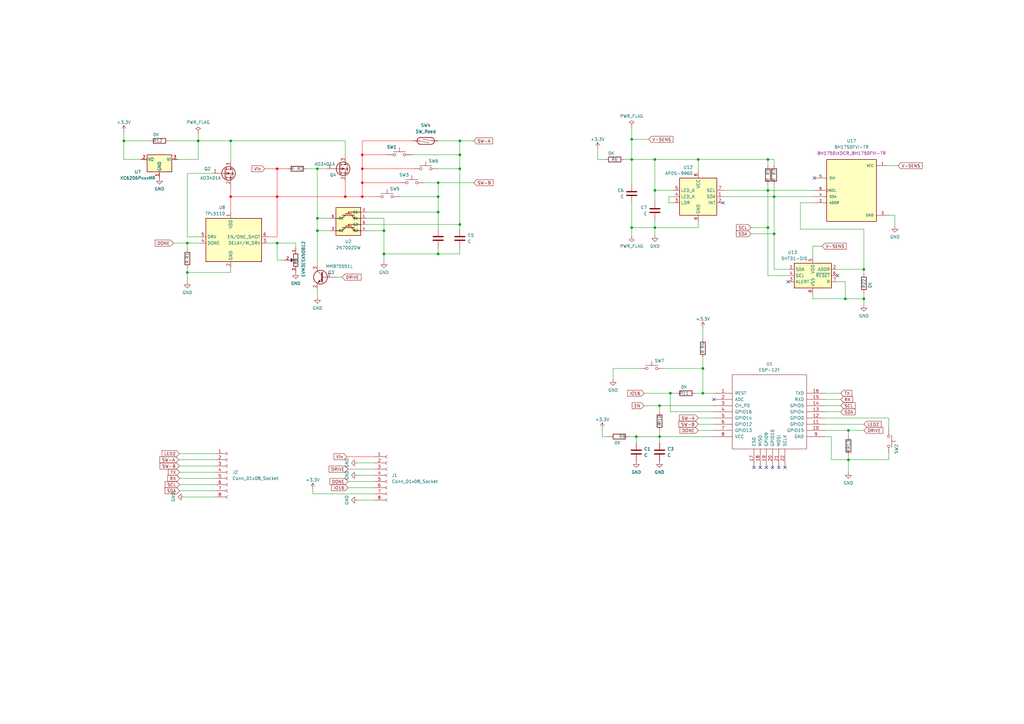
<source format=kicad_sch>
(kicad_sch (version 20230121) (generator eeschema)
  (paper "A3")
  (lib_symbols
    (symbol "2n7002:2N7002DW" (pin_names (offset 1.016))
      (property "Reference" "U" (at 0 0 0))
      (property "Value" "2N7002DW" (at 0 0 0))
      (symbol "2N7002DW_0_0"
        (rectangle (start -5.08 -4.445) (end 5.08 6.985) (stroke (width 0.254)) (fill (type background)))
        (polyline (pts (xy -2.54 -2.54) (xy -5.08 -2.54)) (stroke (width 0.254)))
        (polyline (pts (xy -2.54 -2.54) (xy -2.54 -1.905)) (stroke (width 0.254)))
        (polyline (pts (xy -2.54 -2.54) (xy -1.905 -2.54)) (stroke (width 0.254)))
        (polyline (pts (xy -2.54 -1.27) (xy -1.27 -1.27)) (stroke (width 0.254)))
        (polyline (pts (xy -2.54 2.54) (xy -5.08 2.54)) (stroke (width 0.254)))
        (polyline (pts (xy -2.54 2.54) (xy -2.54 3.175)) (stroke (width 0.254)))
        (polyline (pts (xy -2.54 2.54) (xy -1.905 2.54)) (stroke (width 0.254)))
        (polyline (pts (xy -1.27 -1.27) (xy -2.54 -2.54)) (stroke (width 0.254)))
        (polyline (pts (xy -1.27 -1.27) (xy 1.27 -1.27)) (stroke (width 0.254)))
        (polyline (pts (xy -1.27 -0.635) (xy 0 -0.635)) (stroke (width 0.254)))
        (polyline (pts (xy -1.27 3.81) (xy -2.54 2.54)) (stroke (width 0.254)))
        (polyline (pts (xy -1.27 3.81) (xy -2.54 3.81)) (stroke (width 0.254)))
        (polyline (pts (xy -1.27 4.445) (xy 0 4.445)) (stroke (width 0.254)))
        (polyline (pts (xy 0 -0.635) (xy 0 0)) (stroke (width 0.254)))
        (polyline (pts (xy 0 -0.635) (xy 1.27 -0.635)) (stroke (width 0.254)))
        (polyline (pts (xy 0 0) (xy -5.08 0)) (stroke (width 0.254)))
        (polyline (pts (xy 0 4.445) (xy 0 5.08)) (stroke (width 0.254)))
        (polyline (pts (xy 0 4.445) (xy 1.27 4.445)) (stroke (width 0.254)))
        (polyline (pts (xy 0 5.08) (xy -5.08 5.08)) (stroke (width 0.254)))
        (polyline (pts (xy 1.27 -1.27) (xy 2.54 -2.54)) (stroke (width 0.254)))
        (polyline (pts (xy 1.27 -1.27) (xy 2.54 -1.27)) (stroke (width 0.254)))
        (polyline (pts (xy 1.27 3.81) (xy -1.27 3.81)) (stroke (width 0.254)))
        (polyline (pts (xy 1.27 3.81) (xy 2.54 2.54)) (stroke (width 0.254)))
        (polyline (pts (xy 2.54 -2.54) (xy 5.08 -2.54)) (stroke (width 0.254)))
        (polyline (pts (xy 2.54 2.54) (xy 5.08 2.54)) (stroke (width 0.254)))
        (polyline (pts (xy 2.54 3.81) (xy 1.27 3.81)) (stroke (width 0.254)))
        (pin bidirectional line (at -7.62 2.54 0) (length 2.54) (name "S1") (number "1"))
        (pin bidirectional line (at -7.62 5.08 0) (length 2.54) (name "G1") (number "2"))
        (pin bidirectional line (at 7.62 -2.54 180) (length 2.54) (name "D2") (number "3"))
        (pin bidirectional line (at -7.62 -2.54 0) (length 2.54) (name "S2") (number "4"))
        (pin bidirectional line (at -7.62 0 0) (length 2.54) (name "G2") (number "5"))
        (pin bidirectional line (at 7.62 2.54 180) (length 2.54) (name "D1") (number "6"))
      )
    )
    (symbol "BH1750FVI-TR:BH1750FVI-TR" (pin_names (offset 1.016))
      (property "Reference" "U" (at -10.1737 13.462 0))
      (property "Value" "BH1750FVI-TR" (at -9.922 -15.24 0))
      (property "Footprint" "BH1750FVI-TR:XDCR_BH1750FVI-TR" (at 0 0 0))
      (symbol "BH1750FVI-TR_0_0"
        (rectangle (start -10.16 12.7) (end 10.16 -12.7) (stroke (width 0.254)) (fill (type background)))
        (pin power_in line (at 15.24 10.16 180) (length 5.08) (name "VCC") (number "1"))
        (pin input line (at -15.24 -5.08 0) (length 5.08) (name "ADDR") (number "2"))
        (pin power_in line (at 15.24 -10.16 180) (length 5.08) (name "GND") (number "3"))
        (pin bidirectional line (at -15.24 -2.54 0) (length 5.08) (name "SDA") (number "4"))
        (pin input line (at -15.24 5.08 0) (length 5.08) (name "DVI") (number "5"))
        (pin input clock (at -15.24 0 0) (length 5.08) (name "SCL") (number "6"))
      )
    )
    (symbol "Connector:Conn_01x08_Socket" (pin_names (offset 1.016) hide)
      (property "Reference" "J" (at 0 10.16 0))
      (property "Value" "Conn_01x08_Socket" (at 0 -12.7 0))
      (symbol "Conn_01x08_Socket_1_1"
        (arc (start 0 -9.652) (mid -0.5058 -10.16) (end 0 -10.668) (stroke (width 0.1524)))
        (arc (start 0 -7.112) (mid -0.5058 -7.62) (end 0 -8.128) (stroke (width 0.1524)))
        (arc (start 0 -4.572) (mid -0.5058 -5.08) (end 0 -5.588) (stroke (width 0.1524)))
        (arc (start 0 -2.032) (mid -0.5058 -2.54) (end 0 -3.048) (stroke (width 0.1524)))
        (polyline (pts (xy -1.27 -10.16) (xy -0.508 -10.16)) (stroke (width 0.1524)))
        (polyline (pts (xy -1.27 -7.62) (xy -0.508 -7.62)) (stroke (width 0.1524)))
        (polyline (pts (xy -1.27 -5.08) (xy -0.508 -5.08)) (stroke (width 0.1524)))
        (polyline (pts (xy -1.27 -2.54) (xy -0.508 -2.54)) (stroke (width 0.1524)))
        (polyline (pts (xy -1.27 0) (xy -0.508 0)) (stroke (width 0.1524)))
        (polyline (pts (xy -1.27 2.54) (xy -0.508 2.54)) (stroke (width 0.1524)))
        (polyline (pts (xy -1.27 5.08) (xy -0.508 5.08)) (stroke (width 0.1524)))
        (polyline (pts (xy -1.27 7.62) (xy -0.508 7.62)) (stroke (width 0.1524)))
        (arc (start 0 0.508) (mid -0.5058 0) (end 0 -0.508) (stroke (width 0.1524)))
        (arc (start 0 3.048) (mid -0.5058 2.54) (end 0 2.032) (stroke (width 0.1524)))
        (arc (start 0 5.588) (mid -0.5058 5.08) (end 0 4.572) (stroke (width 0.1524)))
        (arc (start 0 8.128) (mid -0.5058 7.62) (end 0 7.112) (stroke (width 0.1524)))
        (pin passive line (at -5.08 7.62 0) (length 3.81) (name "Pin_1") (number "1"))
        (pin passive line (at -5.08 5.08 0) (length 3.81) (name "Pin_2") (number "2"))
        (pin passive line (at -5.08 2.54 0) (length 3.81) (name "Pin_3") (number "3"))
        (pin passive line (at -5.08 0 0) (length 3.81) (name "Pin_4") (number "4"))
        (pin passive line (at -5.08 -2.54 0) (length 3.81) (name "Pin_5") (number "5"))
        (pin passive line (at -5.08 -5.08 0) (length 3.81) (name "Pin_6") (number "6"))
        (pin passive line (at -5.08 -7.62 0) (length 3.81) (name "Pin_7") (number "7"))
        (pin passive line (at -5.08 -10.16 0) (length 3.81) (name "Pin_8") (number "8"))
      )
    )
    (symbol "Device:C" (pin_numbers hide) (pin_names (offset 0.254))
      (property "Reference" "C" (at 0.635 2.54 0))
      (property "Value" "C" (at 0.635 -2.54 0))
      (symbol "C_0_1"
        (polyline (pts (xy -2.032 -0.762) (xy 2.032 -0.762)) (stroke (width 0.508)))
        (polyline (pts (xy -2.032 0.762) (xy 2.032 0.762)) (stroke (width 0.508)))
      )
      (symbol "C_1_1"
        (pin passive line (at 0 3.81 270) (length 2.794) (name "~") (number "1"))
        (pin passive line (at 0 -3.81 90) (length 2.794) (name "~") (number "2"))
      )
    )
    (symbol "Device:R" (pin_numbers hide) (pin_names (offset 0))
      (property "Reference" "R" (at 2.032 0 90))
      (property "Value" "R" (at 0 0 90))
      (symbol "R_0_1"
        (rectangle (start -1.016 -2.54) (end 1.016 2.54) (stroke (width 0.254)))
      )
      (symbol "R_1_1"
        (pin passive line (at 0 3.81 270) (length 1.27) (name "~") (number "1"))
        (pin passive line (at 0 -3.81 90) (length 1.27) (name "~") (number "2"))
      )
    )
    (symbol "ESP8266:ESP-12F" (pin_names (offset 1.016))
      (property "Reference" "U2" (at 0 19.685 0))
      (property "Value" "ESP-12F" (at 0 17.145 0))
      (symbol "ESP-12F_1_0"
        (rectangle (start -15.24 -15.24) (end 15.24 15.24))
      )
      (symbol "ESP-12F_1_1"
        (pin input line (at -22.86 7.62 0) (length 7.62) (name "REST") (number "1"))
        (pin bidirectional line (at 22.86 -7.62 180) (length 7.62) (name "GPIO15") (number "10"))
        (pin bidirectional line (at 22.86 -5.08 180) (length 7.62) (name "GPIO2") (number "11"))
        (pin bidirectional line (at 22.86 -2.54 180) (length 7.62) (name "GPIO0") (number "12"))
        (pin bidirectional line (at 22.86 0 180) (length 7.62) (name "GPIO4") (number "13"))
        (pin bidirectional line (at 22.86 2.54 180) (length 7.62) (name "GPIO5") (number "14"))
        (pin input line (at 22.86 5.08 180) (length 7.62) (name "RXD") (number "15"))
        (pin output line (at 22.86 7.62 180) (length 7.62) (name "TXD") (number "16"))
        (pin bidirectional line (at -6.35 -22.86 90) (length 7.62) (name "CS0") (number "17"))
        (pin bidirectional line (at -3.81 -22.86 90) (length 7.62) (name "MISO") (number "18"))
        (pin bidirectional line (at -1.27 -22.86 90) (length 7.62) (name "GPIO9") (number "19"))
        (pin passive line (at -22.86 5.08 0) (length 7.62) (name "ADC") (number "2"))
        (pin bidirectional line (at 1.27 -22.86 90) (length 7.62) (name "GPIO10") (number "20"))
        (pin bidirectional line (at 3.81 -22.86 90) (length 7.62) (name "MOSI") (number "21"))
        (pin bidirectional line (at 6.35 -22.86 90) (length 7.62) (name "SCLK") (number "22"))
        (pin input line (at -22.86 2.54 0) (length 7.62) (name "CH_PD") (number "3"))
        (pin bidirectional line (at -22.86 0 0) (length 7.62) (name "GPIO16") (number "4"))
        (pin bidirectional line (at -22.86 -2.54 0) (length 7.62) (name "GPIO14") (number "5"))
        (pin bidirectional line (at -22.86 -5.08 0) (length 7.62) (name "GPIO12") (number "6"))
        (pin bidirectional line (at -22.86 -7.62 0) (length 7.62) (name "GPIO13") (number "7"))
        (pin bidirectional line (at -22.86 -10.16 0) (length 7.62) (name "VCC") (number "8"))
        (pin bidirectional line (at 22.86 -10.16 180) (length 7.62) (name "GND") (number "9"))
      )
    )
    (symbol "EVM3ESX50B:EVM3ESX50B12" (pin_names (offset 1.016))
      (property "Reference" "R" (at 1.0173 1.2716 0))
      (property "Value" "EVM3ESX50B12" (at 1.0177 -1.2721 0))
      (symbol "EVM3ESX50B12_0_0"
        (polyline (pts (xy -2.54 -0.889) (xy 2.54 -0.889)) (stroke (width 0.254)))
        (polyline (pts (xy -2.54 0.889) (xy -2.54 -0.889)) (stroke (width 0.254)))
        (polyline (pts (xy -0.762 1.905) (xy 0.762 1.905)) (stroke (width 0.1524)))
        (polyline (pts (xy 0 1.143) (xy -0.762 1.905)) (stroke (width 0.1524)))
        (polyline (pts (xy 0 1.143) (xy 0.762 1.905)) (stroke (width 0.1524)))
        (polyline (pts (xy 2.54 -0.889) (xy 2.54 0.889)) (stroke (width 0.254)))
        (polyline (pts (xy 2.54 0.889) (xy -2.54 0.889)) (stroke (width 0.254)))
        (polyline (pts (xy -0.762 1.905) (xy 0 1.143) (xy 0.762 1.905) (xy -0.762 1.905)) (stroke (width 0.1524)) (fill (type outline)))
        (pin passive line (at -5.08 0 0) (length 2.54) (name "~") (number "1"))
        (pin passive line (at 0 4.572 270) (length 2.54) (name "~") (number "2"))
        (pin passive line (at 5.08 0 180) (length 2.54) (name "~") (number "3"))
      )
    )
    (symbol "Regulator_Linear:XC6206PxxxMR" (pin_names (offset 0.254))
      (property "Reference" "U" (at -3.81 3.175 0))
      (property "Value" "XC6206PxxxMR" (at 0 3.175 0))
      (symbol "XC6206PxxxMR_0_1"
        (rectangle (start -5.08 1.905) (end 5.08 -5.08) (stroke (width 0.254)) (fill (type background)))
      )
      (symbol "XC6206PxxxMR_1_1"
        (pin power_in line (at 0 -7.62 90) (length 2.54) (name "GND") (number "1"))
        (pin power_out line (at 7.62 0 180) (length 2.54) (name "VO") (number "2"))
        (pin power_in line (at -7.62 0 0) (length 2.54) (name "VI") (number "3"))
      )
    )
    (symbol "Sensor:APDS-9960"
      (property "Reference" "U" (at -5.08 8.89 0))
      (property "Value" "APDS-9960" (at 6.35 8.89 0))
      (symbol "APDS-9960_0_1"
        (rectangle (start -7.62 7.62) (end 7.62 -7.62) (stroke (width 0.254)) (fill (type background)))
      )
      (symbol "APDS-9960_1_1"
        (pin bidirectional line (at -10.16 0 0) (length 2.54) (name "SDA") (number "1"))
        (pin open_collector line (at -10.16 -2.54 0) (length 2.54) (name "INT") (number "2"))
        (pin passive line (at 10.16 -2.54 180) (length 2.54) (name "LDR") (number "3"))
        (pin passive line (at 10.16 0 180) (length 2.54) (name "LED_K") (number "4"))
        (pin passive line (at 10.16 2.54 180) (length 2.54) (name "LED_A") (number "5"))
        (pin power_in line (at 0 -10.16 90) (length 2.54) (name "GND") (number "6"))
        (pin input line (at -10.16 2.54 0) (length 2.54) (name "SCL") (number "7"))
        (pin power_in line (at 0 10.16 270) (length 2.54) (name "VCC") (number "8"))
      )
    )
    (symbol "Sensor_Humidity:SHT31-DIS"
      (property "Reference" "U" (at -6.35 6.35 0))
      (property "Value" "SHT31-DIS" (at 6.35 6.35 0))
      (symbol "SHT31-DIS_0_1"
        (rectangle (start -7.62 5.08) (end 7.62 -5.08) (stroke (width 0.254)) (fill (type background)))
      )
      (symbol "SHT31-DIS_1_1"
        (pin bidirectional line (at 10.16 2.54 180) (length 2.54) (name "SDA") (number "1"))
        (pin input line (at -10.16 2.54 0) (length 2.54) (name "ADDR") (number "2"))
        (pin output line (at 10.16 -2.54 180) (length 2.54) (name "ALERT") (number "3"))
        (pin input line (at 10.16 0 180) (length 2.54) (name "SCL") (number "4"))
        (pin power_in line (at 0 7.62 270) (length 2.54) (name "VDD") (number "5"))
        (pin input line (at -10.16 0 0) (length 2.54) (name "~{RESET}") (number "6"))
        (pin passive line (at -10.16 -2.54 0) (length 2.54) (name "R") (number "7"))
        (pin power_in line (at 0 -7.62 90) (length 2.54) (name "VSS") (number "8"))
        (pin passive line (at 0 -7.62 90) (length 2.54) hide (name "VSS") (number "9"))
      )
    )
    (symbol "Switch:SW_Push" (pin_numbers hide) (pin_names (offset 1.016) hide)
      (property "Reference" "SW" (at 1.27 2.54 0))
      (property "Value" "SW_Push" (at 0 -1.524 0))
      (symbol "SW_Push_0_1"
        (circle (center -2.032 0) (radius 0.508))
        (polyline (pts (xy 0 1.27) (xy 0 3.048)))
        (polyline (pts (xy 2.54 1.27) (xy -2.54 1.27)))
        (circle (center 2.032 0) (radius 0.508))
        (pin passive line (at -5.08 0 0) (length 2.54) (name "1") (number "1"))
        (pin passive line (at 5.08 0 180) (length 2.54) (name "2") (number "2"))
      )
    )
    (symbol "Switch:SW_Reed" (pin_numbers hide) (pin_names (offset 0) hide)
      (property "Reference" "SW" (at 0 2.54 0))
      (property "Value" "SW_Reed" (at 0 -2.54 0))
      (symbol "SW_Reed_0_0"
        (arc (start -2.159 1.397) (mid -3.55 0) (end -2.159 -1.397) (stroke (width 0.254)))
        (polyline (pts (xy -2.54 0) (xy 1.27 0.762)))
        (polyline (pts (xy -2.159 -1.397) (xy 2.286 -1.397)) (stroke (width 0.254)))
        (polyline (pts (xy 2.159 1.397) (xy -2.159 1.397)) (stroke (width 0.254)))
        (polyline (pts (xy 2.54 0) (xy -1.27 -0.762)))
        (arc (start 2.159 -1.397) (mid 3.55 0) (end 2.159 1.397) (stroke (width 0.254)))
      )
      (symbol "SW_Reed_1_1"
        (pin passive line (at -5.08 0 0) (length 2.54) (name "1") (number "1"))
        (pin passive line (at 5.08 0 180) (length 2.54) (name "2") (number "2"))
      )
    )
    (symbol "Timer:TPL5110"
      (property "Reference" "U8" (at 2.1941 12.065 0))
      (property "Value" "TPL5110" (at 2.1941 9.525 0))
      (symbol "TPL5110_0_1"
        (rectangle (start -12.7 7.62) (end 10.16 -10.16) (stroke (width 0.254)) (fill (type background)))
      )
      (symbol "TPL5110_1_1"
        (pin bidirectional line (at 0 10.16 270) (length 2.54) (name "VDD") (number "1"))
        (pin power_in line (at 0 -12.7 90) (length 2.54) (name "GND") (number "2"))
        (pin input line (at -15.24 -2.54 0) (length 2.54) (name "DELAY/M_DRV") (number "3"))
        (pin input line (at 12.7 -2.54 180) (length 2.54) (name "DONE") (number "4"))
        (pin output line (at 12.7 0 180) (length 2.54) (name "DRV") (number "5"))
        (pin input line (at -15.24 0 0) (length 2.54) (name "EN/ONE_SHOT") (number "6"))
      )
    )
    (symbol "Transistor_BJT:MMBT5551L" (pin_names (offset 0) hide)
      (property "Reference" "Q" (at 5.08 1.905 0))
      (property "Value" "MMBT5551L" (at 5.08 0 0))
      (symbol "MMBT5551L_0_1"
        (polyline (pts (xy 0.635 0.635) (xy 2.54 2.54)))
        (polyline (pts (xy 0.635 -0.635) (xy 2.54 -2.54) (xy 2.54 -2.54)))
        (polyline (pts (xy 0.635 1.905) (xy 0.635 -1.905) (xy 0.635 -1.905)) (stroke (width 0.508)))
        (polyline (pts (xy 1.27 -1.778) (xy 1.778 -1.27) (xy 2.286 -2.286) (xy 1.27 -1.778) (xy 1.27 -1.778)) (fill (type outline)))
        (circle (center 1.27 0) (radius 2.8194) (stroke (width 0.254)))
      )
      (symbol "MMBT5551L_1_1"
        (pin input line (at -5.08 0 0) (length 5.715) (name "B") (number "1"))
        (pin passive line (at 2.54 -5.08 90) (length 2.54) (name "E") (number "2"))
        (pin passive line (at 2.54 5.08 270) (length 2.54) (name "C") (number "3"))
      )
    )
    (symbol "Transistor_FET:AO3401A" (pin_names hide)
      (property "Reference" "Q" (at 5.08 1.905 0))
      (property "Value" "AO3401A" (at 5.08 0 0))
      (symbol "AO3401A_0_1"
        (polyline (pts (xy 0.254 0) (xy -2.54 0)))
        (polyline (pts (xy 0.254 1.905) (xy 0.254 -1.905)) (stroke (width 0.254)))
        (polyline (pts (xy 0.762 -1.27) (xy 0.762 -2.286)) (stroke (width 0.254)))
        (polyline (pts (xy 0.762 0.508) (xy 0.762 -0.508)) (stroke (width 0.254)))
        (polyline (pts (xy 0.762 2.286) (xy 0.762 1.27)) (stroke (width 0.254)))
        (polyline (pts (xy 2.54 2.54) (xy 2.54 1.778)))
        (polyline (pts (xy 2.54 -2.54) (xy 2.54 0) (xy 0.762 0)))
        (polyline (pts (xy 0.762 1.778) (xy 3.302 1.778) (xy 3.302 -1.778) (xy 0.762 -1.778)))
        (polyline (pts (xy 2.286 0) (xy 1.27 0.381) (xy 1.27 -0.381) (xy 2.286 0)) (fill (type outline)))
        (polyline (pts (xy 2.794 -0.508) (xy 2.921 -0.381) (xy 3.683 -0.381) (xy 3.81 -0.254)))
        (polyline (pts (xy 3.302 -0.381) (xy 2.921 0.254) (xy 3.683 0.254) (xy 3.302 -0.381)))
        (circle (center 1.651 0) (radius 2.794) (stroke (width 0.254)))
        (circle (center 2.54 -1.778) (radius 0.254) (fill (type outline)))
        (circle (center 2.54 1.778) (radius 0.254) (fill (type outline)))
      )
      (symbol "AO3401A_1_1"
        (pin input line (at -5.08 0 0) (length 2.54) (name "G") (number "1"))
        (pin passive line (at 2.54 -5.08 90) (length 2.54) (name "S") (number "2"))
        (pin passive line (at 2.54 5.08 270) (length 2.54) (name "D") (number "3"))
      )
    )
    (symbol "power:+3.3V" (power) (pin_names (offset 0))
      (property "Value" "+3.3V" (at 0 3.556 0))
      (symbol "+3.3V_0_1"
        (polyline (pts (xy -0.762 1.27) (xy 0 2.54)))
        (polyline (pts (xy 0 0) (xy 0 2.54)))
        (polyline (pts (xy 0 2.54) (xy 0.762 1.27)))
      )
      (symbol "+3.3V_1_1"
        (pin power_in line (at 0 0 90) (length 0) hide (name "+3.3V") (number "1"))
      )
    )
    (symbol "power:GND" (power) (pin_names (offset 0))
      (property "Value" "GND" (at 0 -3.81 0))
      (symbol "GND_0_1"
        (polyline (pts (xy 0 0) (xy 0 -1.27) (xy 1.27 -1.27) (xy 0 -2.54) (xy -1.27 -1.27) (xy 0 -1.27)))
      )
      (symbol "GND_1_1"
        (pin power_in line (at 0 0 270) (length 0) hide (name "GND") (number "1"))
      )
    )
    (symbol "power:PWR_FLAG" (power) (pin_numbers hide) (pin_names (offset 0) hide)
      (property "Value" "PWR_FLAG" (at 0 3.81 0))
      (symbol "PWR_FLAG_0_0"
        (pin power_out line (at 0 0 90) (length 0) (name "pwr") (number "1"))
      )
      (symbol "PWR_FLAG_0_1"
        (polyline (pts (xy 0 0) (xy 0 1.27) (xy -1.016 1.905) (xy 0 2.54) (xy 1.016 1.905) (xy 0 1.27)))
      )
    )
  )
  (junction (at 188.595 63.5))
  (junction (at 268.605 78.105))
  (junction (at 179.705 86.995))
  (junction (at 314.96 93.345))
  (junction (at 286.385 65.405))
  (junction (at 148.59 69.215) (color 255 0 0 1))
  (junction (at 347.98 188.595))
  (junction (at 113.665 99.695))
  (junction (at 259.08 57.15))
  (junction (at 314.96 78.105))
  (junction (at 188.595 69.215))
  (junction (at 141.605 80.645) (color 255 0 0 1))
  (junction (at 130.175 69.215))
  (junction (at 314.96 65.405))
  (junction (at 148.59 63.5) (color 255 0 0 1))
  (junction (at 157.48 94.615))
  (junction (at 354.33 110.49))
  (junction (at 188.595 57.785))
  (junction (at 148.59 74.93) (color 255 0 0 1))
  (junction (at 259.08 93.345))
  (junction (at 179.705 80.645))
  (junction (at 157.48 104.14))
  (junction (at 317.5 80.645))
  (junction (at 94.615 57.785))
  (junction (at 270.51 179.07))
  (junction (at 130.175 94.615))
  (junction (at 76.835 111.76))
  (junction (at 274.955 161.29))
  (junction (at 94.615 80.645) (color 255 0 0 1))
  (junction (at 268.605 93.345))
  (junction (at 268.605 65.405))
  (junction (at 76.835 99.695))
  (junction (at 288.29 151.13))
  (junction (at 317.5 95.885))
  (junction (at 270.51 166.37))
  (junction (at 260.985 179.07))
  (junction (at 179.705 74.93))
  (junction (at 188.595 92.075))
  (junction (at 347.98 176.53))
  (junction (at 346.71 122.555))
  (junction (at 354.33 122.555))
  (junction (at 81.28 57.785))
  (junction (at 288.29 161.29))
  (junction (at 259.08 65.405))
  (junction (at 113.665 80.645) (color 255 0 0 1))
  (junction (at 113.665 69.215) (color 255 0 0 1))
  (junction (at 179.705 104.14))
  (junction (at 130.175 89.535))
  (junction (at 148.59 80.645) (color 255 0 0 1))
  (junction (at 50.8 57.785))
  (no_connect (at 323.215 115.57))
  (no_connect (at 314.325 191.77))
  (no_connect (at 316.865 191.77))
  (no_connect (at 296.545 83.185))
  (no_connect (at 321.945 191.77))
  (no_connect (at 343.535 113.03))
  (no_connect (at 334.01 73.025))
  (no_connect (at 309.245 191.77))
  (no_connect (at 311.785 191.77))
  (no_connect (at 292.735 163.83))
  (no_connect (at 319.405 191.77))
  (wire (pts (xy 146.685 194.945) (xy 153.67 194.945)))
  (wire (pts (xy 141.605 74.295) (xy 141.605 80.645)) (stroke (width 0) (color 255 0 0 1)))
  (wire (pts (xy 179.705 69.215) (xy 188.595 69.215)))
  (wire (pts (xy 337.185 100.965) (xy 333.375 100.965)))
  (wire (pts (xy 338.455 161.29) (xy 344.805 161.29)))
  (wire (pts (xy 276.225 83.185) (xy 274.32 83.185)))
  (wire (pts (xy 260.985 179.07) (xy 270.51 179.07)) (stroke (width 0) (color 0 132 0 1)))
  (wire (pts (xy 364.49 175.895) (xy 364.49 171.45)))
  (wire (pts (xy 274.32 80.645) (xy 276.225 80.645)))
  (wire (pts (xy 288.29 161.29) (xy 292.735 161.29)))
  (wire (pts (xy 314.96 78.105) (xy 314.96 93.345)))
  (wire (pts (xy 128.27 202.565) (xy 128.27 200.66)))
  (wire (pts (xy 251.46 155.575) (xy 251.46 151.13)))
  (wire (pts (xy 354.33 112.395) (xy 354.33 110.49)))
  (wire (pts (xy 264.16 166.37) (xy 270.51 166.37)) (stroke (width 0) (color 0 132 0 1)))
  (wire (pts (xy 73.66 193.675) (xy 88.265 193.675)))
  (wire (pts (xy 113.665 80.645) (xy 94.615 80.645)) (stroke (width 0) (color 255 0 0 1)))
  (wire (pts (xy 338.455 163.83) (xy 344.805 163.83)))
  (wire (pts (xy 76.835 71.12) (xy 76.835 97.155)))
  (wire (pts (xy 274.32 83.185) (xy 274.32 80.645)))
  (wire (pts (xy 364.49 186.055) (xy 364.49 188.595)))
  (wire (pts (xy 268.605 78.105) (xy 268.605 82.55)))
  (wire (pts (xy 75.565 203.835) (xy 88.265 203.835)))
  (wire (pts (xy 150.495 89.535) (xy 157.48 89.535)))
  (wire (pts (xy 296.545 80.645) (xy 317.5 80.645)))
  (wire (pts (xy 317.5 67.945) (xy 317.5 65.405)))
  (wire (pts (xy 130.175 118.745) (xy 130.175 121.92)))
  (wire (pts (xy 130.175 89.535) (xy 130.175 94.615)))
  (wire (pts (xy 364.49 88.265) (xy 367.03 88.265)))
  (wire (pts (xy 286.385 90.805) (xy 286.385 93.345)))
  (wire (pts (xy 268.605 96.52) (xy 268.605 93.345)))
  (wire (pts (xy 94.615 111.76) (xy 76.835 111.76)))
  (wire (pts (xy 148.59 80.645) (xy 153.67 80.645)) (stroke (width 0) (color 255 0 0 1)))
  (wire (pts (xy 270.51 179.07) (xy 270.51 181.61)))
  (wire (pts (xy 288.29 151.13) (xy 288.29 161.29)))
  (wire (pts (xy 179.705 104.14) (xy 188.595 104.14)))
  (wire (pts (xy 354.33 122.555) (xy 354.33 125.095)))
  (wire (pts (xy 314.96 93.345) (xy 314.96 113.03)))
  (wire (pts (xy 81.28 54.61) (xy 81.28 57.785)))
  (wire (pts (xy 81.915 97.155) (xy 76.835 97.155)))
  (wire (pts (xy 81.28 57.785) (xy 69.215 57.785)))
  (wire (pts (xy 142.748 192.405) (xy 153.67 192.405)))
  (wire (pts (xy 148.59 57.785) (xy 169.545 57.785)) (stroke (width 0) (color 255 0 0 1)))
  (wire (pts (xy 354.33 122.555) (xy 346.71 122.555)))
  (wire (pts (xy 347.98 188.595) (xy 347.98 193.675)))
  (wire (pts (xy 50.8 53.975) (xy 50.8 57.785)))
  (wire (pts (xy 251.46 151.13) (xy 262.255 151.13)))
  (wire (pts (xy 270.51 179.07) (xy 292.735 179.07)) (stroke (width 0) (color 0 132 0 1)))
  (wire (pts (xy 141.605 80.645) (xy 148.59 80.645)) (stroke (width 0) (color 255 0 0 1)))
  (wire (pts (xy 76.835 109.855) (xy 76.835 111.76)))
  (wire (pts (xy 334.01 83.185) (xy 328.295 83.185)))
  (wire (pts (xy 266.065 57.15) (xy 259.08 57.15)))
  (wire (pts (xy 323.215 110.49) (xy 317.5 110.49)))
  (wire (pts (xy 150.495 92.075) (xy 188.595 92.075)))
  (wire (pts (xy 314.96 65.405) (xy 286.385 65.405)))
  (wire (pts (xy 146.685 205.105) (xy 153.67 205.105)))
  (wire (pts (xy 317.5 95.885) (xy 317.5 110.49)))
  (wire (pts (xy 343.535 115.57) (xy 346.71 115.57)))
  (wire (pts (xy 94.615 57.785) (xy 141.605 57.785)))
  (wire (pts (xy 142.748 197.485) (xy 153.67 197.485)))
  (wire (pts (xy 259.08 65.405) (xy 259.08 75.565)))
  (wire (pts (xy 264.16 161.29) (xy 274.955 161.29)))
  (wire (pts (xy 367.03 88.265) (xy 367.03 92.71)))
  (wire (pts (xy 128.27 202.565) (xy 153.67 202.565)))
  (wire (pts (xy 328.295 83.185) (xy 328.295 93.98)))
  (wire (pts (xy 73.66 198.755) (xy 88.265 198.755)))
  (wire (pts (xy 286.385 65.405) (xy 268.605 65.405)))
  (wire (pts (xy 148.59 74.93) (xy 148.59 69.215)) (stroke (width 0) (color 255 0 0 1)))
  (wire (pts (xy 81.28 57.785) (xy 94.615 57.785)))
  (wire (pts (xy 73.66 201.295) (xy 88.265 201.295)))
  (wire (pts (xy 307.975 93.345) (xy 314.96 93.345)))
  (wire (pts (xy 333.375 100.965) (xy 333.375 105.41)))
  (wire (pts (xy 157.48 89.535) (xy 157.48 94.615)))
  (wire (pts (xy 285.115 161.29) (xy 288.29 161.29)))
  (wire (pts (xy 116.713 106.68) (xy 113.665 106.68)))
  (wire (pts (xy 250.19 179.07) (xy 247.015 179.07)))
  (wire (pts (xy 354.33 110.49) (xy 343.535 110.49)))
  (wire (pts (xy 268.605 90.17) (xy 268.605 93.345)))
  (wire (pts (xy 50.8 57.785) (xy 61.595 57.785)))
  (wire (pts (xy 76.835 99.695) (xy 76.835 102.235)))
  (wire (pts (xy 314.96 78.105) (xy 334.01 78.105)))
  (wire (pts (xy 307.975 95.885) (xy 317.5 95.885)))
  (wire (pts (xy 179.705 86.995) (xy 179.705 93.98)))
  (wire (pts (xy 135.255 89.535) (xy 130.175 89.535)))
  (wire (pts (xy 259.08 93.345) (xy 259.08 96.52)))
  (wire (pts (xy 73.533 186.055) (xy 88.265 186.055)))
  (wire (pts (xy 347.98 176.53) (xy 347.98 179.07)))
  (wire (pts (xy 109.855 97.155) (xy 113.665 97.155)) (stroke (width 0) (color 255 0 0 1)))
  (wire (pts (xy 157.48 104.14) (xy 179.705 104.14)))
  (wire (pts (xy 268.605 65.405) (xy 259.08 65.405)))
  (wire (pts (xy 338.455 166.37) (xy 344.805 166.37)))
  (wire (pts (xy 296.545 78.105) (xy 314.96 78.105)))
  (wire (pts (xy 188.595 92.075) (xy 188.595 93.98)))
  (wire (pts (xy 76.835 71.12) (xy 86.995 71.12)))
  (wire (pts (xy 130.175 108.585) (xy 130.175 94.615)))
  (wire (pts (xy 338.455 179.07) (xy 340.995 179.07)))
  (wire (pts (xy 148.59 74.93) (xy 148.59 80.645)) (stroke (width 0) (color 255 0 0 1)))
  (wire (pts (xy 142.24 187.325) (xy 153.67 187.325)) (stroke (width 0) (color 255 0 0 1)))
  (wire (pts (xy 157.48 94.615) (xy 150.495 94.615)))
  (wire (pts (xy 113.665 99.695) (xy 121.285 99.695)))
  (wire (pts (xy 314.96 75.565) (xy 314.96 78.105)))
  (wire (pts (xy 338.455 176.53) (xy 347.98 176.53)))
  (wire (pts (xy 179.705 80.645) (xy 179.705 86.995)))
  (wire (pts (xy 354.33 120.015) (xy 354.33 122.555)))
  (wire (pts (xy 368.3 67.945) (xy 364.49 67.945)))
  (wire (pts (xy 270.51 166.37) (xy 292.735 166.37)) (stroke (width 0) (color 0 132 0 1)))
  (wire (pts (xy 148.59 74.93) (xy 163.83 74.93)) (stroke (width 0) (color 255 0 0 1)))
  (wire (pts (xy 354.33 93.98) (xy 354.33 110.49)))
  (wire (pts (xy 94.615 76.2) (xy 94.615 80.645)) (stroke (width 0) (color 255 0 0 1)))
  (wire (pts (xy 81.915 99.695) (xy 76.835 99.695)))
  (wire (pts (xy 333.375 120.65) (xy 333.375 122.555)))
  (wire (pts (xy 57.785 65.405) (xy 50.8 65.405)))
  (wire (pts (xy 288.29 146.685) (xy 288.29 151.13)))
  (wire (pts (xy 270.51 176.53) (xy 270.51 179.07)))
  (wire (pts (xy 268.605 93.345) (xy 259.08 93.345)))
  (wire (pts (xy 113.665 99.695) (xy 113.665 106.68)))
  (wire (pts (xy 173.99 74.93) (xy 179.705 74.93)))
  (wire (pts (xy 142.748 200.025) (xy 153.67 200.025)))
  (wire (pts (xy 314.96 113.03) (xy 323.215 113.03)))
  (wire (pts (xy 179.705 104.14) (xy 179.705 101.6)))
  (wire (pts (xy 317.5 80.645) (xy 334.01 80.645)))
  (wire (pts (xy 260.985 179.07) (xy 260.985 181.61)))
  (wire (pts (xy 340.995 179.07) (xy 340.995 188.595)))
  (wire (pts (xy 338.455 171.45) (xy 364.49 171.45)))
  (wire (pts (xy 292.735 176.53) (xy 286.385 176.53)))
  (wire (pts (xy 317.5 80.645) (xy 317.5 95.885)))
  (wire (pts (xy 274.955 161.29) (xy 274.955 168.91)))
  (wire (pts (xy 188.595 69.215) (xy 188.595 92.075)))
  (wire (pts (xy 141.605 57.785) (xy 141.605 64.135)))
  (wire (pts (xy 108.585 69.215) (xy 113.665 69.215)) (stroke (width 0) (color 255 0 0 1)))
  (wire (pts (xy 179.705 74.93) (xy 194.31 74.93)))
  (wire (pts (xy 113.665 80.645) (xy 113.665 97.155)) (stroke (width 0) (color 255 0 0 1)))
  (wire (pts (xy 163.83 80.645) (xy 179.705 80.645)))
  (wire (pts (xy 76.835 99.695) (xy 71.12 99.695)))
  (wire (pts (xy 76.835 111.76) (xy 76.835 115.57)))
  (wire (pts (xy 73.66 196.215) (xy 88.265 196.215)))
  (wire (pts (xy 121.285 101.6) (xy 121.285 99.695)))
  (wire (pts (xy 81.28 65.405) (xy 73.025 65.405)))
  (wire (pts (xy 276.225 78.105) (xy 268.605 78.105)))
  (wire (pts (xy 274.955 168.91) (xy 292.735 168.91)))
  (wire (pts (xy 347.98 176.53) (xy 354.33 176.53)))
  (wire (pts (xy 94.615 57.785) (xy 94.615 66.04)))
  (wire (pts (xy 113.665 80.645) (xy 141.605 80.645)) (stroke (width 0) (color 255 0 0 1)))
  (wire (pts (xy 268.605 65.405) (xy 268.605 78.105)))
  (wire (pts (xy 50.8 57.785) (xy 50.8 65.405)))
  (wire (pts (xy 245.11 65.405) (xy 248.285 65.405)))
  (wire (pts (xy 364.49 188.595) (xy 347.98 188.595)))
  (wire (pts (xy 73.279 188.595) (xy 88.265 188.595)))
  (wire (pts (xy 347.98 188.595) (xy 340.995 188.595)))
  (wire (pts (xy 328.295 93.98) (xy 354.33 93.98)))
  (wire (pts (xy 133.985 69.215) (xy 130.175 69.215)))
  (wire (pts (xy 109.855 99.695) (xy 113.665 99.695)))
  (wire (pts (xy 148.59 69.215) (xy 169.545 69.215)) (stroke (width 0) (color 255 0 0 1)))
  (wire (pts (xy 346.71 122.555) (xy 333.375 122.555)))
  (wire (pts (xy 146.685 189.865) (xy 153.67 189.865)))
  (wire (pts (xy 113.665 69.215) (xy 113.665 80.645)) (stroke (width 0) (color 255 0 0 1)))
  (wire (pts (xy 247.015 175.895) (xy 247.015 179.07)))
  (wire (pts (xy 168.91 63.5) (xy 188.595 63.5)))
  (wire (pts (xy 347.98 186.69) (xy 347.98 188.595)))
  (wire (pts (xy 148.59 57.785) (xy 148.59 63.5)) (stroke (width 0) (color 255 0 0 1)))
  (wire (pts (xy 338.455 173.99) (xy 354.33 173.99)))
  (wire (pts (xy 317.5 75.565) (xy 317.5 80.645)))
  (wire (pts (xy 292.735 171.45) (xy 286.385 171.45)))
  (wire (pts (xy 317.5 65.405) (xy 314.96 65.405)))
  (wire (pts (xy 286.385 65.405) (xy 286.385 70.485)))
  (wire (pts (xy 137.795 113.665) (xy 140.335 113.665)))
  (wire (pts (xy 130.175 69.215) (xy 130.175 89.535)))
  (wire (pts (xy 188.595 63.5) (xy 188.595 69.215)))
  (wire (pts (xy 135.255 94.615) (xy 130.175 94.615)))
  (wire (pts (xy 288.29 134.62) (xy 288.29 139.065)))
  (wire (pts (xy 148.59 63.5) (xy 158.75 63.5)) (stroke (width 0) (color 255 0 0 1)))
  (wire (pts (xy 259.08 52.07) (xy 259.08 57.15)))
  (wire (pts (xy 148.59 63.5) (xy 148.59 69.215)) (stroke (width 0) (color 255 0 0 1)))
  (wire (pts (xy 346.71 115.57) (xy 346.71 122.555)))
  (wire (pts (xy 94.615 109.855) (xy 94.615 111.76)))
  (wire (pts (xy 179.705 57.785) (xy 188.595 57.785)))
  (wire (pts (xy 118.11 69.215) (xy 113.665 69.215)) (stroke (width 0) (color 255 0 0 1)))
  (wire (pts (xy 125.73 69.215) (xy 130.175 69.215)))
  (wire (pts (xy 259.08 93.345) (xy 259.08 83.185)))
  (wire (pts (xy 286.385 93.345) (xy 268.605 93.345)))
  (wire (pts (xy 179.705 74.93) (xy 179.705 80.645)))
  (wire (pts (xy 270.51 166.37) (xy 270.51 168.91)))
  (wire (pts (xy 81.28 57.785) (xy 81.28 65.405)))
  (wire (pts (xy 188.595 57.785) (xy 194.31 57.785)))
  (wire (pts (xy 255.905 65.405) (xy 259.08 65.405)))
  (wire (pts (xy 272.415 151.13) (xy 288.29 151.13)))
  (wire (pts (xy 314.96 65.405) (xy 314.96 67.945)))
  (wire (pts (xy 94.615 80.645) (xy 94.615 86.995)) (stroke (width 0) (color 255 0 0 1)))
  (wire (pts (xy 259.08 57.15) (xy 259.08 65.405)))
  (wire (pts (xy 188.595 57.785) (xy 188.595 63.5)))
  (wire (pts (xy 188.595 101.6) (xy 188.595 104.14)))
  (wire (pts (xy 245.11 60.96) (xy 245.11 65.405)))
  (wire (pts (xy 257.81 179.07) (xy 260.985 179.07)))
  (wire (pts (xy 286.385 173.99) (xy 292.735 173.99)))
  (wire (pts (xy 277.495 161.29) (xy 274.955 161.29)))
  (wire (pts (xy 157.48 104.14) (xy 157.48 107.315)))
  (wire (pts (xy 150.495 86.995) (xy 179.705 86.995)))
  (wire (pts (xy 157.48 94.615) (xy 157.48 104.14)))
  (wire (pts (xy 73.533 191.135) (xy 88.265 191.135)))
  (wire (pts (xy 338.455 168.91) (xy 344.805 168.91)))
  (global_label "IO16" (shape input) (at 264.16 161.29 180) (property "Intersheetrefs" "${INTERSHEET_REFS}" (effects hide)))
  (global_label "V-SENS" (shape input) (at 368.3 67.945 0) (property "Intersheetrefs" "${INTERSHEET_REFS}" (effects hide)))
  (global_label "DRIVE" (shape input) (at 140.335 113.665 0) (property "Intersheetrefs" "${INTERSHEET_REFS}" (effects hide)))
  (global_label "SW-A" (shape input) (at 73.279 188.595 180) (property "Intersheetrefs" "${INTERSHEET_REFS}" (effects hide)))
  (global_label "SDA" (shape input) (at 307.975 95.885 180) (property "Intersheetrefs" "${INTERSHEET_REFS}" (effects hide)))
  (global_label "SCL" (shape input) (at 73.66 198.755 180) (property "Intersheetrefs" "${INTERSHEET_REFS}" (effects hide)))
  (global_label "SDA" (shape input) (at 73.66 201.295 180) (property "Intersheetrefs" "${INTERSHEET_REFS}" (effects hide)))
  (global_label "SDA" (shape input) (at 344.805 168.91 0) (property "Intersheetrefs" "${INTERSHEET_REFS}" (effects hide)))
  (global_label "SW-A" (shape input) (at 194.31 57.785 0) (property "Intersheetrefs" "${INTERSHEET_REFS}" (effects hide)))
  (global_label "LED2" (shape input) (at 73.533 186.055 180) (property "Intersheetrefs" "${INTERSHEET_REFS}" (effects hide)))
  (global_label "IO16" (shape input) (at 142.748 200.025 180) (property "Intersheetrefs" "${INTERSHEET_REFS}" (effects hide)))
  (global_label "V-SENS" (shape input) (at 266.065 57.15 0) (property "Intersheetrefs" "${INTERSHEET_REFS}" (effects hide)))
  (global_label "EN" (shape input) (at 264.16 166.37 180) (property "Intersheetrefs" "${INTERSHEET_REFS}" (effects hide)))
  (global_label "V-SENS" (shape input) (at 337.185 100.965 0) (property "Intersheetrefs" "${INTERSHEET_REFS}" (effects hide)))
  (global_label "DRIVE" (shape input) (at 142.748 192.405 180) (property "Intersheetrefs" "${INTERSHEET_REFS}" (effects hide)))
  (global_label "LED2" (shape input) (at 354.33 173.99 0) (property "Intersheetrefs" "${INTERSHEET_REFS}" (effects hide)))
  (global_label "Vin" (shape input) (at 142.24 187.325 180) (property "Intersheetrefs" "${INTERSHEET_REFS}" (effects hide)))
  (global_label "SCL" (shape input) (at 344.805 166.37 0) (property "Intersheetrefs" "${INTERSHEET_REFS}" (effects hide)))
  (global_label "TX" (shape input) (at 73.66 193.675 180) (property "Intersheetrefs" "${INTERSHEET_REFS}" (effects hide)))
  (global_label "TX" (shape input) (at 344.805 161.29 0) (property "Intersheetrefs" "${INTERSHEET_REFS}" (effects hide)))
  (global_label "RX" (shape input) (at 73.66 196.215 180) (property "Intersheetrefs" "${INTERSHEET_REFS}" (effects hide)))
  (global_label "SW-A" (shape input) (at 286.385 171.45 180) (property "Intersheetrefs" "${INTERSHEET_REFS}" (effects hide)))
  (global_label "SW-B" (shape input) (at 73.533 191.135 180) (property "Intersheetrefs" "${INTERSHEET_REFS}" (effects hide)))
  (global_label "DONE" (shape input) (at 142.748 197.485 180) (property "Intersheetrefs" "${INTERSHEET_REFS}" (effects hide)))
  (global_label "SCL" (shape input) (at 307.975 93.345 180) (property "Intersheetrefs" "${INTERSHEET_REFS}" (effects hide)))
  (global_label "SW-B" (shape input) (at 286.385 173.99 180) (property "Intersheetrefs" "${INTERSHEET_REFS}" (effects hide)))
  (global_label "DONE" (shape input) (at 71.12 99.695 180) (property "Intersheetrefs" "${INTERSHEET_REFS}" (effects hide)))
  (global_label "DONE" (shape input) (at 286.385 176.53 180) (property "Intersheetrefs" "${INTERSHEET_REFS}" (effects hide)))
  (global_label "DRIVE" (shape input) (at 354.33 176.53 0) (property "Intersheetrefs" "${INTERSHEET_REFS}" (effects hide)))
  (global_label "SW-B" (shape input) (at 194.31 74.93 0) (property "Intersheetrefs" "${INTERSHEET_REFS}" (effects hide)))
  (global_label "RX" (shape input) (at 344.805 163.83 0) (property "Intersheetrefs" "${INTERSHEET_REFS}" (effects hide)))
  (global_label "Vin" (shape input) (at 108.585 69.215 180) (property "Intersheetrefs" "${INTERSHEET_REFS}" (effects hide)))
  (symbol (lib_id "Device:R") (at 76.835 106.045 180) (unit 1)
    (property "Reference" "R1" (at 76.835 103.505 90) (effects (justify left)))
    (property "Value" "R" (at 76.835 106.68 90) (effects (justify left)))
    (property "Footprint" "Resistor_SMD:R_0603_1608Metric" (effects hide))
  )
  (symbol (lib_id "power:GND") (at 65.405 73.025 0) (unit 1)
    (property "Reference" "#PWR021" (effects hide))
    (property "Value" "GND" (at 65.405 77.47 0))
  )
  (symbol (lib_id "Device:R") (at 281.305 161.29 90) (unit 1)
    (property "Reference" "R11" (at 282.575 161.29 90) (effects (justify left)))
    (property "Value" "0K" (at 281.94 158.75 90) (effects (justify left)))
    (property "Footprint" "Resistor_SMD:R_0603_1608Metric" (effects hide))
  )
  (symbol (lib_id "Timer:TPL5110") (at 94.615 97.155 0) (mirror y) (unit 1)
    (property "Reference" "U8" (at 92.4209 85.09 0) (effects (justify left)))
    (property "Value" "TPL5110" (at 92.4209 87.63 0) (effects (justify left)))
    (property "Footprint" "Package_TO_SOT_SMD:SOT-23-6" (effects hide))
    (property "Datasheet" "http://www.ti.com/lit/ds/symlink/tpl5110.pdf" (effects hide))
  )
  (symbol (lib_id "ESP8266:ESP-12F") (at 315.595 168.91 0) (unit 1)
    (property "Reference" "U1" (at 315.595 149.225 0))
    (property "Value" "ESP-12F" (at 315.595 151.765 0))
    (property "Footprint" "A_SensorNode:ESP12_SMD" (effects hide))
    (property "Datasheet" "http://l0l.org.uk/2014/12/esp8266-modules-hardware-guide-gotta-catch-em-all/" (effects hide))
  )
  (symbol (lib_id "Device:R") (at 270.51 172.72 0) (mirror x) (unit 1)
    (property "Reference" "R10" (at 270.51 170.18 90) (effects (justify left)))
    (property "Value" "R" (at 270.51 173.355 90) (effects (justify left)))
    (property "Footprint" "Resistor_SMD:R_0603_1608Metric" (effects hide))
  )
  (symbol (lib_id "EVM3ESX50B:EVM3ESX50B12") (at 121.285 106.68 90) (mirror x) (unit 1)
    (property "Reference" "R8" (at 121.285 108.585 0) (effects (justify right)))
    (property "Value" "EVM3ESX50B12" (at 124.46 113.665 0) (effects (justify right)))
    (property "Footprint" "EVM3ES:EMV3ESX50B12" (effects hide))
    (property "MF" "Panasonic" (effects hide))
    (property "Description" "\nRes Cermet Trimmer 100 Ohm 25% 3/20W 1(Elec)/1(Mech)Turns (3.1 x 3.8 x 1.62mm) Foot Print SMD T/R\n" (effects hide))
    (property "Package" "None" (effects hide))
    (property "Price" "None" (effects hide))
    (property "SnapEDA_Link" "https://www.snapeda.com/parts/EVM3ESX50B12/Panasonic/view-part/?ref=snap" (effects hide))
    (property "MP" "EVM3ESX50B12" (effects hide))
    (property "Availability" "Not in stock" (effects hide))
    (property "Check_prices" "https://www.snapeda.com/parts/EVM3ESX50B12/Panasonic/view-part/?ref=eda" (effects hide))
  )
  (symbol (lib_id "power:GND") (at 146.685 189.865 270) (mirror x) (unit 1)
    (property "Reference" "#PWR013" (effects hide))
    (property "Value" "GND" (at 142.24 189.865 0))
  )
  (symbol (lib_id "Switch:SW_Push") (at 158.75 80.645 0) (mirror y) (unit 1)
    (property "Reference" "SW5" (at 161.925 77.47 0))
    (property "Value" "SW_Push" (effects hide))
    (property "Footprint" "Button_Switch_SMD:SW_SPST_PTS810" (effects hide))
  )
  (symbol (lib_id "Sensor:APDS-9960") (at 286.385 80.645 0) (mirror y) (unit 1)
    (property "Reference" "U12" (at 284.1909 68.58 0) (effects (justify left)))
    (property "Value" "APDS-9960" (at 284.1909 71.12 0) (effects (justify left)))
    (property "Footprint" "Sensor:Avago_APDS-9960" (effects hide))
    (property "Datasheet" "https://docs.broadcom.com/doc/AV02-4191EN" (effects hide))
  )
  (symbol (lib_id "power:GND") (at 268.605 96.52 0) (unit 1)
    (property "Reference" "#PWR024" (effects hide))
    (property "Value" "GND" (at 268.605 100.965 0))
  )
  (symbol (lib_id "Device:C") (at 260.985 185.42 0) (unit 1)
    (property "Reference" "C1" (at 264.16 184.15 0) (effects (justify left)))
    (property "Value" "C" (at 264.16 186.69 0) (effects (justify left)))
    (property "Footprint" "Capacitor_SMD:C_0603_1608Metric" (effects hide))
  )
  (symbol (lib_id "Device:C") (at 268.605 86.36 0) (mirror y) (unit 1)
    (property "Reference" "C7" (at 265.43 85.09 0) (effects (justify left)))
    (property "Value" "C" (at 265.43 87.63 0) (effects (justify left)))
    (property "Footprint" "Capacitor_SMD:C_0603_1608Metric" (effects hide))
  )
  (symbol (lib_id "Device:R") (at 314.96 71.755 180) (unit 1)
    (property "Reference" "R3" (at 314.96 69.215 90) (effects (justify left)))
    (property "Value" "R" (at 314.96 73.025 90) (effects (justify left)))
    (property "Footprint" "Resistor_SMD:R_0603_1608Metric" (effects hide))
  )
  (symbol (lib_id "Connector:Conn_01x08_Socket") (at 158.75 194.945 0) (unit 1)
    (property "Reference" "J1" (at 160.655 194.945 0) (effects (justify left)))
    (property "Value" "Conn_01x08_Socket" (at 160.655 197.485 0) (effects (justify left)))
    (property "Footprint" "Connector_PinSocket_2.54mm:PinSocket_1x08_P2.54mm_Vertical" (effects hide))
  )
  (symbol (lib_id "Switch:SW_Push") (at 168.91 74.93 0) (unit 1)
    (property "Reference" "SW3" (at 165.735 71.755 0))
    (property "Value" "SW_Push" (effects hide))
    (property "Footprint" "A_SensorNode:ButtonSwitch12mm_SMD" (effects hide))
  )
  (symbol (lib_id "power:GND") (at 75.565 203.835 270) (mirror x) (unit 1)
    (property "Reference" "#PWR011" (effects hide))
    (property "Value" "GND" (at 71.12 203.835 0))
  )
  (symbol (lib_id "power:GND") (at 260.985 189.23 0) (unit 1)
    (property "Reference" "#PWR09" (effects hide))
    (property "Value" "GND" (at 260.985 193.675 0))
  )
  (symbol (lib_id "power:GND") (at 146.685 194.945 270) (mirror x) (unit 1)
    (property "Reference" "#PWR014" (effects hide))
    (property "Value" "GND" (at 142.24 194.945 0))
  )
  (symbol (lib_id "Switch:SW_Push") (at 163.83 63.5 0) (unit 1)
    (property "Reference" "SW1" (at 160.655 60.325 0))
    (property "Value" "SW_Push" (effects hide))
    (property "Footprint" "A_SensorNode:ButtonSwitch12mm_SMD" (effects hide))
  )
  (symbol (lib_id "Device:R") (at 288.29 142.875 0) (mirror x) (unit 1)
    (property "Reference" "R4" (at 288.29 140.335 90) (effects (justify left)))
    (property "Value" "R" (at 288.29 143.51 90) (effects (justify left)))
    (property "Footprint" "Resistor_SMD:R_0603_1608Metric" (effects hide))
  )
  (symbol (lib_id "Device:C") (at 259.08 79.375 0) (mirror y) (unit 1)
    (property "Reference" "C6" (at 255.905 78.105 0) (effects (justify left)))
    (property "Value" "C" (at 255.905 80.645 0) (effects (justify left)))
    (property "Footprint" "Capacitor_SMD:C_0603_1608Metric" (effects hide))
  )
  (symbol (lib_id "power:GND") (at 146.685 205.105 270) (mirror x) (unit 1)
    (property "Reference" "#PWR03" (effects hide))
    (property "Value" "GND" (at 142.24 205.105 0))
  )
  (symbol (lib_id "Connector:Conn_01x08_Socket") (at 93.345 193.675 0) (unit 1)
    (property "Reference" "J2" (at 95.25 193.675 0) (effects (justify left)))
    (property "Value" "Conn_01x08_Socket" (at 95.25 196.215 0) (effects (justify left)))
    (property "Footprint" "Connector_PinSocket_2.54mm:PinSocket_1x08_P2.54mm_Vertical" (effects hide))
  )
  (symbol (lib_id "power:GND") (at 251.46 155.575 0) (unit 1)
    (property "Reference" "#PWR05" (effects hide))
    (property "Value" "GND" (at 251.46 160.02 0))
  )
  (symbol (lib_id "Device:R") (at 252.095 65.405 90) (mirror x) (unit 1)
    (property "Reference" "R6" (at 253.365 65.405 90) (effects (justify left)))
    (property "Value" "0K" (at 252.095 62.865 90) (effects (justify left)))
    (property "Footprint" "Resistor_SMD:R_0603_1608Metric" (effects hide))
  )
  (symbol (lib_id "Device:C") (at 270.51 185.42 0) (unit 1)
    (property "Reference" "C3" (at 273.685 184.15 0) (effects (justify left)))
    (property "Value" "C" (at 273.685 186.69 0) (effects (justify left)))
    (property "Footprint" "Capacitor_SMD:C_0603_1608Metric" (effects hide))
  )
  (symbol (lib_id "power:GND") (at 121.285 111.76 0) (unit 1)
    (property "Reference" "#PWR023" (effects hide))
    (property "Value" "GND" (at 121.285 116.205 0))
  )
  (symbol (lib_id "Device:R") (at 65.405 57.785 90) (mirror x) (unit 1)
    (property "Reference" "R12" (at 66.675 57.785 90) (effects (justify left)))
    (property "Value" "0K" (at 65.405 55.245 90) (effects (justify left)))
    (property "Footprint" "Resistor_SMD:R_0603_1608Metric" (effects hide))
  )
  (symbol (lib_id "Switch:SW_Push") (at 174.625 69.215 0) (mirror y) (unit 1)
    (property "Reference" "SW6" (at 177.8 66.04 0))
    (property "Value" "SW_Push" (effects hide))
    (property "Footprint" "Button_Switch_SMD:SW_SPST_PTS810" (effects hide))
  )
  (symbol (lib_id "Device:R") (at 121.92 69.215 90) (unit 1)
    (property "Reference" "R2" (at 124.46 69.215 90) (effects (justify left)))
    (property "Value" "R" (at 120.65 69.215 90) (effects (justify left)))
    (property "Footprint" "Resistor_SMD:R_0603_1608Metric" (effects hide))
  )
  (symbol (lib_id "power:PWR_FLAG") (at 81.28 54.61 0) (mirror y) (unit 1)
    (property "Reference" "#FLG02" (effects hide))
    (property "Value" "PWR_FLAG" (at 81.28 50.165 0))
  )
  (symbol (lib_id "Device:R") (at 254 179.07 90) (unit 1)
    (property "Reference" "R9" (at 256.54 179.07 90) (effects (justify left)))
    (property "Value" "0K" (at 254.635 181.61 90) (effects (justify left)))
    (property "Footprint" "Resistor_SMD:R_0603_1608Metric" (effects hide))
  )
  (symbol (lib_id "power:GND") (at 354.33 125.095 0) (unit 1)
    (property "Reference" "#PWR033" (effects hide))
    (property "Value" "GND" (at 354.33 129.54 0))
  )
  (symbol (lib_id "power:+3.3V") (at 50.8 53.975 0) (mirror y) (unit 1)
    (property "Reference" "#PWR04" (effects hide))
    (property "Value" "+3.3V" (at 50.8 50.165 0))
  )
  (symbol (lib_id "BH1750FVI-TR:BH1750FVI-TR") (at 349.25 78.105 0) (unit 1)
    (property "Reference" "U17" (at 349.25 57.785 0))
    (property "Value" "BH1750FVI-TR" (at 349.25 60.325 0))
    (property "Footprint" "BH1750:XDCR_BH1750FVI-TR" (at 349.25 62.865 0))
    (property "MF" "Rohm" (effects hide))
    (property "MAXIMUM_PACKAGE_HEIGHT" "0.75mm" (effects hide))
    (property "Package" "SMD-6 ROHM Semiconductor" (effects hide))
    (property "Price" "None" (effects hide))
    (property "Check_prices" "https://www.snapeda.com/parts/BH1750FVI-TR/Rohm/view-part/?ref=eda" (effects hide))
    (property "STANDARD" "Manufacturer recommendations" (effects hide))
    (property "PARTREV" "D" (effects hide))
    (property "SnapEDA_Link" "https://www.snapeda.com/parts/BH1750FVI-TR/Rohm/view-part/?ref=snap" (effects hide))
    (property "MP" "BH1750FVI-TR" (effects hide))
    (property "Purchase-URL" "https://www.snapeda.com/api/url_track_click_mouser/?unipart_id=106507&manufacturer=Rohm&part_name=BH1750FVI-TR&search_term=None" (effects hide))
    (property "Description" "\nOptical Sensor Ambient 560nm I²C 6-SMD, Flat Lead Exposed Pad\n" (effects hide))
    (property "Availability" "In Stock" (effects hide))
    (property "MANUFACTURER" "Rohm" (effects hide))
  )
  (symbol (lib_id "power:+3.3V") (at 247.015 175.895 0) (unit 1)
    (property "Reference" "#PWR08" (effects hide))
    (property "Value" "+3.3V" (at 247.015 172.085 0))
  )
  (symbol (lib_id "Device:R") (at 317.5 71.755 180) (unit 1)
    (property "Reference" "R7" (at 317.5 69.215 90) (effects (justify left)))
    (property "Value" "R" (at 317.5 73.025 90) (effects (justify left)))
    (property "Footprint" "Resistor_SMD:R_0603_1608Metric" (effects hide))
  )
  (symbol (lib_id "power:GND") (at 130.175 121.92 0) (mirror y) (unit 1)
    (property "Reference" "#PWR01" (effects hide))
    (property "Value" "GND" (at 130.175 126.365 0))
  )
  (symbol (lib_id "Transistor_FET:AO3401A") (at 92.075 71.12 0) (unit 1)
    (property "Reference" "Q2" (at 85.09 69.215 0))
    (property "Value" "AO3401A" (at 86.36 73.025 0))
    (property "Footprint" "Package_TO_SOT_SMD:SOT-23" (effects hide))
    (property "Datasheet" "http://www.aosmd.com/pdfs/datasheet/AO3401A.pdf" (effects hide))
  )
  (symbol (lib_id "power:+3.3V") (at 288.29 134.62 0) (unit 1)
    (property "Reference" "#PWR07" (effects hide))
    (property "Value" "+3.3V" (at 288.29 130.81 0))
  )
  (symbol (lib_id "Switch:SW_Push") (at 364.49 180.975 270) (mirror x) (unit 1)
    (property "Reference" "SW2" (at 367.665 184.15 0))
    (property "Value" "SW_Push" (effects hide))
    (property "Footprint" "Button_Switch_SMD:SW_SPST_PTS810" (effects hide))
  )
  (symbol (lib_id "power:GND") (at 347.98 193.675 0) (unit 1)
    (property "Reference" "#PWR015" (effects hide))
    (property "Value" "GND" (at 347.98 198.12 0))
  )
  (symbol (lib_id "Sensor_Humidity:SHT31-DIS") (at 333.375 113.03 0) (mirror y) (unit 1)
    (property "Reference" "U13" (at 327.025 103.505 0) (effects (justify left)))
    (property "Value" "SHT31-DIS" (at 331.1809 106.045 0) (effects (justify left)))
    (property "Footprint" "Sensor_Humidity:Sensirion_DFN-8-1EP_2.5x2.5mm_P0.5mm_EP1.1x1.7mm" (effects hide))
    (property "Datasheet" "https://www.sensirion.com/fileadmin/user_upload/customers/sensirion/Dokumente/2_Humidity_Sensors/Datasheets/Sensirion_Humidity_Sensors_SHT3x_Datasheet_digital.pdf" (effects hide))
  )
  (symbol (lib_id "power:GND") (at 76.835 115.57 0) (unit 1)
    (property "Reference" "#PWR06" (effects hide))
    (property "Value" "GND" (at 76.835 120.015 0))
  )
  (symbol (lib_id "Switch:SW_Reed") (at 174.625 57.785 0) (mirror y) (unit 1)
    (property "Reference" "SW4" (at 174.625 51.435 0))
    (property "Value" "SW_Reed" (at 174.625 53.975 0))
    (property "Footprint" "Button_Switch_SMD:SW_SPST_REED_CT10-XXXX-G1" (effects hide))
  )
  (symbol (lib_id "Transistor_FET:AO3401A") (at 139.065 69.215 0) (unit 1)
    (property "Reference" "Q4" (at 135.255 71.755 0) (effects (justify left)))
    (property "Value" "AO3401A" (at 128.905 67.31 0) (effects (justify left)))
    (property "Footprint" "Package_TO_SOT_SMD:SOT-23" (effects hide))
    (property "Datasheet" "http://www.aosmd.com/pdfs/datasheet/AO3401A.pdf" (effects hide))
  )
  (symbol (lib_id "Device:C") (at 188.595 97.79 0) (unit 1)
    (property "Reference" "C5" (at 191.77 96.52 0) (effects (justify left)))
    (property "Value" "C" (at 191.77 99.06 0) (effects (justify left)))
    (property "Footprint" "Capacitor_SMD:C_0603_1608Metric" (effects hide))
  )
  (symbol (lib_id "2n7002:2N7002DW") (at 142.875 92.075 0) (mirror y) (unit 1)
    (property "Reference" "U2" (at 142.875 99.06 0))
    (property "Value" "2N7002DW" (at 142.875 101.6 0))
    (property "Footprint" "2n7002:SOT363" (effects hide))
    (property "MF" "ON Semiconductor" (effects hide))
    (property "Description" "\nMosfet Array 2 N-Channel (Dual) 60V 115mA (Ta) 200mW (Ta) Surface Mount SC-88/SC70-6/SOT-363\n" (effects hide))
    (property "Package" "SC-88-6 ON Semiconductor" (effects hide))
    (property "Price" "None" (effects hide))
    (property "SnapEDA_Link" "https://www.snapeda.com/parts/2N7002DW/Onsemi/view-part/?ref=snap" (effects hide))
    (property "MP" "2N7002DW" (effects hide))
    (property "Purchase-URL" "https://www.snapeda.com/api/url_track_click_mouser/?unipart_id=661&manufacturer=ON Semiconductor&part_name=2N7002DW&search_term=None" (effects hide))
    (property "Availability" "In Stock" (effects hide))
    (property "Check_prices" "https://www.snapeda.com/parts/2N7002DW/Onsemi/view-part/?ref=eda" (effects hide))
  )
  (symbol (lib_id "power:GND") (at 270.51 189.23 0) (unit 1)
    (property "Reference" "#PWR012" (effects hide))
    (property "Value" "GND" (at 270.51 193.675 0))
  )
  (symbol (lib_id "power:PWR_FLAG") (at 259.08 52.07 0) (mirror y) (unit 1)
    (property "Reference" "#FLG03" (effects hide))
    (property "Value" "PWR_FLAG" (at 259.08 47.625 0))
  )
  (symbol (lib_id "power:GND") (at 367.03 92.71 0) (mirror y) (unit 1)
    (property "Reference" "#PWR045" (effects hide))
    (property "Value" "GND" (at 367.03 97.155 0))
  )
  (symbol (lib_id "power:PWR_FLAG") (at 259.08 96.52 180) (unit 1)
    (property "Reference" "#FLG01" (effects hide))
    (property "Value" "PWR_FLAG" (at 259.08 100.965 0))
  )
  (symbol (lib_id "power:+3.3V") (at 245.11 60.96 0) (mirror y) (unit 1)
    (property "Reference" "#PWR02" (effects hide))
    (property "Value" "+3.3V" (at 245.11 57.15 0))
  )
  (symbol (lib_id "Regulator_Linear:XC6206PxxxMR") (at 65.405 65.405 0) (mirror y) (unit 1)
    (property "Reference" "U7" (at 56.515 70.485 0))
    (property "Value" "XC6206PxxxMR" (at 56.515 73.025 0))
    (property "Footprint" "Package_TO_SOT_SMD:SOT-23-3" (effects hide))
    (property "Datasheet" "https://www.torexsemi.com/file/xc6206/XC6206.pdf" (effects hide))
  )
  (symbol (lib_id "power:+3.3V") (at 128.27 200.66 0) (mirror y) (unit 1)
    (property "Reference" "#PWR010" (effects hide))
    (property "Value" "+3.3V" (at 128.27 196.85 0))
  )
  (symbol (lib_id "power:GND") (at 157.48 107.315 0) (mirror y) (unit 1)
    (property "Reference" "#PWR020" (effects hide))
    (property "Value" "GND" (at 157.48 111.76 0))
  )
  (symbol (lib_id "Device:R") (at 347.98 182.88 0) (mirror x) (unit 1)
    (property "Reference" "R13" (at 347.98 180.34 90) (effects (justify left)))
    (property "Value" "R" (at 347.98 184.15 90) (effects (justify left)))
    (property "Footprint" "Resistor_SMD:R_0603_1608Metric" (effects hide))
  )
  (symbol (lib_id "Device:R") (at 354.33 116.205 0) (mirror x) (unit 1)
    (property "Reference" "R22" (at 354.33 114.3 90) (effects (justify left)))
    (property "Value" "0K" (at 356.87 115.57 90) (effects (justify left)))
    (property "Footprint" "Resistor_SMD:R_0603_1608Metric" (effects hide))
  )
  (symbol (lib_id "Transistor_BJT:MMBT5551L") (at 132.715 113.665 0) (mirror y) (unit 1)
    (property "Reference" "Q3" (at 137.16 111.76 0) (effects (justify left)))
    (property "Value" "MMBT5551L" (at 144.78 109.22 0) (effects (justify left)))
    (property "Footprint" "Package_TO_SOT_SMD:SOT-23" (effects hide))
    (property "Datasheet" "www.onsemi.com/pub/Collateral/MMBT5550LT1-D.PDF" (effects hide))
  )
  (symbol (lib_id "Switch:SW_Push") (at 267.335 151.13 0) (mirror y) (unit 1)
    (property "Reference" "SW7" (at 270.51 147.955 0))
    (property "Value" "SW_Push" (effects hide))
    (property "Footprint" "Button_Switch_SMD:SW_SPST_PTS810" (effects hide))
  )
  (symbol (lib_id "Device:C") (at 179.705 97.79 0) (unit 1)
    (property "Reference" "C4" (effects hide))
    (property "Value" "C" (effects hide))
    (property "Footprint" "Capacitor_SMD:C_0603_1608Metric" (effects hide))
  )
)
</source>
